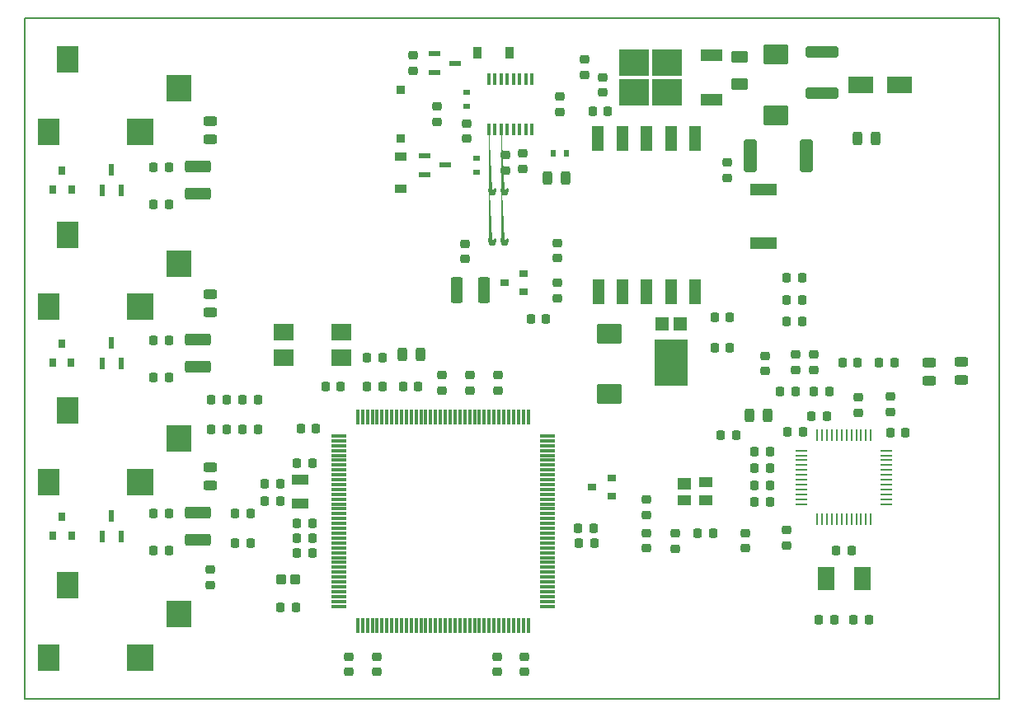
<source format=gbr>
%TF.GenerationSoftware,KiCad,Pcbnew,7.0.10*%
%TF.CreationDate,2025-02-13T15:15:04-06:00*%
%TF.ProjectId,IR2IP,49523249-502e-46b6-9963-61645f706362,rev?*%
%TF.SameCoordinates,PX55fe290PY8062360*%
%TF.FileFunction,Paste,Top*%
%TF.FilePolarity,Positive*%
%FSLAX46Y46*%
G04 Gerber Fmt 4.6, Leading zero omitted, Abs format (unit mm)*
G04 Created by KiCad (PCBNEW 7.0.10) date 2025-02-13 15:15:04*
%MOMM*%
%LPD*%
G01*
G04 APERTURE LIST*
G04 Aperture macros list*
%AMRoundRect*
0 Rectangle with rounded corners*
0 $1 Rounding radius*
0 $2 $3 $4 $5 $6 $7 $8 $9 X,Y pos of 4 corners*
0 Add a 4 corners polygon primitive as box body*
4,1,4,$2,$3,$4,$5,$6,$7,$8,$9,$2,$3,0*
0 Add four circle primitives for the rounded corners*
1,1,$1+$1,$2,$3*
1,1,$1+$1,$4,$5*
1,1,$1+$1,$6,$7*
1,1,$1+$1,$8,$9*
0 Add four rect primitives between the rounded corners*
20,1,$1+$1,$2,$3,$4,$5,0*
20,1,$1+$1,$4,$5,$6,$7,0*
20,1,$1+$1,$6,$7,$8,$9,0*
20,1,$1+$1,$8,$9,$2,$3,0*%
%AMFreePoly0*
4,1,53,0.315063,0.245106,0.330902,0.245106,0.343715,0.235796,0.358779,0.230902,0.368088,0.218088,0.380902,0.208779,0.385796,0.193715,0.395106,0.180902,0.395106,0.165062,0.400000,0.150000,0.400000,-0.150000,0.380902,-0.208779,0.330902,-0.245106,0.300000,-0.245106,0.300000,-0.430000,0.295106,-0.445062,0.295106,-0.460902,0.285796,-0.473715,0.280902,-0.488779,0.268088,-0.498088,
0.258779,-0.510902,0.243715,-0.515796,0.230902,-0.525106,0.215063,-0.525106,0.200000,-0.530000,-0.200000,-0.530000,-0.215063,-0.525106,-0.230902,-0.525106,-0.243715,-0.515796,-0.258779,-0.510902,-0.268088,-0.498088,-0.280902,-0.488779,-0.285796,-0.473715,-0.295106,-0.460902,-0.295106,-0.445062,-0.300000,-0.430000,-0.300000,-0.245106,-0.330902,-0.245106,-0.380902,-0.208779,-0.400000,-0.150000,
-0.400000,0.150000,-0.395106,0.165062,-0.395106,0.180902,-0.385796,0.193715,-0.380902,0.208779,-0.368088,0.218088,-0.358779,0.230902,-0.343715,0.235796,-0.330902,0.245106,-0.315063,0.245106,-0.300000,0.250000,0.300000,0.250000,0.315063,0.245106,0.315063,0.245106,$1*%
G04 Aperture macros list end*
%ADD10R,2.500000X1.700000*%
%ADD11RoundRect,0.218750X-0.256250X0.218750X-0.256250X-0.218750X0.256250X-0.218750X0.256250X0.218750X0*%
%ADD12RoundRect,0.218750X-0.218750X-0.256250X0.218750X-0.256250X0.218750X0.256250X-0.218750X0.256250X0*%
%ADD13RoundRect,0.218750X0.218750X0.256250X-0.218750X0.256250X-0.218750X-0.256250X0.218750X-0.256250X0*%
%ADD14RoundRect,0.243750X0.243750X0.456250X-0.243750X0.456250X-0.243750X-0.456250X0.243750X-0.456250X0*%
%ADD15RoundRect,0.218750X0.256250X-0.218750X0.256250X0.218750X-0.256250X0.218750X-0.256250X-0.218750X0*%
%ADD16RoundRect,0.243750X-0.456250X0.243750X-0.456250X-0.243750X0.456250X-0.243750X0.456250X0.243750X0*%
%ADD17R,1.700000X2.400000*%
%ADD18R,0.250000X1.300000*%
%ADD19R,1.300000X0.250000*%
%ADD20R,0.900000X1.200000*%
%ADD21RoundRect,0.243750X-0.243750X-0.456250X0.243750X-0.456250X0.243750X0.456250X-0.243750X0.456250X0*%
%ADD22RoundRect,0.250000X1.450000X-0.312500X1.450000X0.312500X-1.450000X0.312500X-1.450000X-0.312500X0*%
%ADD23RoundRect,0.250000X-0.375000X-1.075000X0.375000X-1.075000X0.375000X1.075000X-0.375000X1.075000X0*%
%ADD24R,1.200000X0.900000*%
%ADD25R,0.700000X0.600000*%
%ADD26R,0.600000X0.700000*%
%ADD27R,1.300000X0.600000*%
%ADD28R,0.400000X1.200000*%
%ADD29R,0.950000X0.900000*%
%ADD30RoundRect,0.250000X-0.625000X0.375000X-0.625000X-0.375000X0.625000X-0.375000X0.625000X0.375000X0*%
%ADD31RoundRect,0.250000X-1.075000X0.375000X-1.075000X-0.375000X1.075000X-0.375000X1.075000X0.375000X0*%
%ADD32R,2.200000X2.800000*%
%ADD33R,2.800000X2.800000*%
%ADD34R,2.600000X2.800000*%
%ADD35R,0.900000X0.800000*%
%ADD36R,0.800000X0.900000*%
%ADD37RoundRect,0.243750X0.456250X-0.243750X0.456250X0.243750X-0.456250X0.243750X-0.456250X-0.243750X0*%
%ADD38R,0.300000X1.550000*%
%ADD39R,1.550000X0.300000*%
%ADD40R,2.100000X1.700000*%
%ADD41R,1.800000X1.000000*%
%ADD42R,2.823300X1.248300*%
%ADD43FreePoly0,180.000000*%
%ADD44FreePoly0,0.000000*%
%ADD45RoundRect,0.250000X0.425000X1.425000X-0.425000X1.425000X-0.425000X-1.425000X0.425000X-1.425000X0*%
%ADD46R,1.220000X2.540000*%
%ADD47R,3.360000X4.860000*%
%ADD48R,1.390000X1.400000*%
%ADD49R,1.400000X1.200000*%
%ADD50R,1.400000X1.000000*%
%ADD51RoundRect,0.250000X1.025000X-0.787500X1.025000X0.787500X-1.025000X0.787500X-1.025000X-0.787500X0*%
%ADD52RoundRect,0.250000X0.287500X0.275000X-0.287500X0.275000X-0.287500X-0.275000X0.287500X-0.275000X0*%
%ADD53R,3.050000X2.750000*%
%ADD54R,2.200000X1.200000*%
%ADD55R,0.600000X1.300000*%
%TA.AperFunction,Profile*%
%ADD56C,0.150000*%
%TD*%
G04 APERTURE END LIST*
D10*
%TO.C,D1*%
X89830000Y63100000D03*
X85830000Y63100000D03*
%TD*%
D11*
%TO.C,R7*%
X49330000Y55907500D03*
X49330000Y54332500D03*
%TD*%
D12*
%TO.C,C13*%
X85064500Y8128000D03*
X86639500Y8128000D03*
%TD*%
D11*
%TO.C,C15*%
X78200000Y17375500D03*
X78200000Y15800500D03*
%TD*%
D13*
%TO.C,C16*%
X72987500Y27100000D03*
X71412500Y27100000D03*
%TD*%
%TO.C,C18*%
X76487500Y20300000D03*
X74912500Y20300000D03*
%TD*%
%TO.C,C20*%
X76487500Y23700000D03*
X74912500Y23700000D03*
%TD*%
%TO.C,C21*%
X76487500Y25400000D03*
X74912500Y25400000D03*
%TD*%
D14*
%TO.C,FB1*%
X76237500Y29200000D03*
X74362500Y29200000D03*
%TD*%
D13*
%TO.C,R15*%
X84887500Y15300000D03*
X83312500Y15300000D03*
%TD*%
D12*
%TO.C,C17*%
X88824500Y27400000D03*
X90399500Y27400000D03*
%TD*%
D13*
%TO.C,C12*%
X83083500Y8128000D03*
X81508500Y8128000D03*
%TD*%
D15*
%TO.C,C26*%
X85598000Y29438500D03*
X85598000Y31013500D03*
%TD*%
D11*
%TO.C,C27*%
X88900000Y31087500D03*
X88900000Y29512500D03*
%TD*%
D12*
%TO.C,C28*%
X78212500Y43300000D03*
X79787500Y43300000D03*
%TD*%
D16*
%TO.C,R21*%
X96100000Y34637500D03*
X96100000Y32762500D03*
%TD*%
%TO.C,R22*%
X92800000Y34599500D03*
X92800000Y32724500D03*
%TD*%
D17*
%TO.C,Y1*%
X82250000Y12400000D03*
X85950000Y12400000D03*
%TD*%
D13*
%TO.C,C25*%
X82321500Y29100000D03*
X80746500Y29100000D03*
%TD*%
%TO.C,R23*%
X79787500Y41000000D03*
X78212500Y41000000D03*
%TD*%
D15*
%TO.C,C19*%
X76000000Y33712500D03*
X76000000Y35287500D03*
%TD*%
D18*
%TO.C,U4*%
X86850000Y27150000D03*
X86350000Y27150000D03*
X85850000Y27150000D03*
X85350000Y27150000D03*
X84850000Y27150000D03*
X84350000Y27150000D03*
X83850000Y27150000D03*
X83350000Y27150000D03*
X82850000Y27150000D03*
X82350000Y27150000D03*
X81850000Y27150000D03*
X81350000Y27150000D03*
D19*
X79750000Y25550000D03*
X79750000Y25050000D03*
X79750000Y24550000D03*
X79750000Y24050000D03*
X79750000Y23550000D03*
X79750000Y23050000D03*
X79750000Y22550000D03*
X79750000Y22050000D03*
X79750000Y21550000D03*
X79750000Y21050000D03*
X79750000Y20550000D03*
X79750000Y20050000D03*
D18*
X81350000Y18450000D03*
X81850000Y18450000D03*
X82350000Y18450000D03*
X82850000Y18450000D03*
X83350000Y18450000D03*
X83850000Y18450000D03*
X84350000Y18450000D03*
X84850000Y18450000D03*
X85350000Y18450000D03*
X85850000Y18450000D03*
X86350000Y18450000D03*
X86850000Y18450000D03*
D19*
X88450000Y20050000D03*
X88450000Y20550000D03*
X88450000Y21050000D03*
X88450000Y21550000D03*
X88450000Y22050000D03*
X88450000Y22550000D03*
X88450000Y23050000D03*
X88450000Y23550000D03*
X88450000Y24050000D03*
X88450000Y24550000D03*
X88450000Y25050000D03*
X88450000Y25550000D03*
%TD*%
D13*
%TO.C,R18*%
X89287500Y34600000D03*
X87712500Y34600000D03*
%TD*%
%TO.C,R19*%
X79087500Y31600000D03*
X77512500Y31600000D03*
%TD*%
D11*
%TO.C,C24*%
X81000000Y35387500D03*
X81000000Y33812500D03*
%TD*%
D12*
%TO.C,R20*%
X83912500Y34600000D03*
X85487500Y34600000D03*
%TD*%
%TO.C,R17*%
X81012500Y31600000D03*
X82587500Y31600000D03*
%TD*%
D11*
%TO.C,C23*%
X79100000Y35387500D03*
X79100000Y33812500D03*
%TD*%
D13*
%TO.C,C14*%
X76487500Y22000000D03*
X74912500Y22000000D03*
%TD*%
%TO.C,R16*%
X79887500Y27500000D03*
X78312500Y27500000D03*
%TD*%
D12*
%TO.C,C22*%
X78212500Y38800000D03*
X79787500Y38800000D03*
%TD*%
D20*
%TO.C,D2*%
X49750000Y66400000D03*
X46450000Y66400000D03*
%TD*%
D21*
%TO.C,C1*%
X85462500Y57600000D03*
X87337500Y57600000D03*
%TD*%
D22*
%TO.C,C2*%
X81830000Y62232500D03*
X81830000Y66507500D03*
%TD*%
D11*
%TO.C,C4*%
X51110000Y56050000D03*
X51110000Y54475000D03*
%TD*%
D21*
%TO.C,C5*%
X53650500Y53510000D03*
X55525500Y53510000D03*
%TD*%
D11*
%TO.C,C6*%
X72080000Y55157500D03*
X72080000Y53582500D03*
%TD*%
%TO.C,C8*%
X54650000Y46885000D03*
X54650000Y45310000D03*
%TD*%
D13*
%TO.C,C9*%
X72367500Y36120000D03*
X70792500Y36120000D03*
%TD*%
D23*
%TO.C,C10*%
X44300000Y42000000D03*
X47100000Y42000000D03*
%TD*%
D24*
%TO.C,D3*%
X38580000Y55770000D03*
X38580000Y52470000D03*
%TD*%
D25*
%TO.C,D4*%
X45330000Y60920000D03*
X45330000Y62320000D03*
%TD*%
%TO.C,D5*%
X46330000Y54170000D03*
X46330000Y55570000D03*
%TD*%
D26*
%TO.C,D6*%
X54220000Y56050000D03*
X55620000Y56050000D03*
%TD*%
D27*
%TO.C,Q1*%
X42040000Y66300000D03*
X42040000Y64400000D03*
X44140000Y65350000D03*
%TD*%
D11*
%TO.C,R1*%
X45330000Y59157500D03*
X45330000Y57582500D03*
%TD*%
D15*
%TO.C,R2*%
X39830000Y64582500D03*
X39830000Y66157500D03*
%TD*%
%TO.C,R3*%
X54920000Y60342500D03*
X54920000Y61917500D03*
%TD*%
D11*
%TO.C,R4*%
X42330000Y60907500D03*
X42330000Y59332500D03*
%TD*%
D15*
%TO.C,R5*%
X59330000Y62332500D03*
X59330000Y63907500D03*
%TD*%
D11*
%TO.C,R6*%
X57460000Y65727500D03*
X57460000Y64152500D03*
%TD*%
D15*
%TO.C,R13*%
X54650000Y41195000D03*
X54650000Y42770000D03*
%TD*%
D12*
%TO.C,R14*%
X51912500Y39100000D03*
X53487500Y39100000D03*
%TD*%
D28*
%TO.C,U1*%
X47617500Y58530000D03*
X48252500Y58530000D03*
X48887500Y58530000D03*
X49522500Y58530000D03*
X50157500Y58530000D03*
X50792500Y58530000D03*
X51427500Y58530000D03*
X52062500Y58530000D03*
X52062500Y63730000D03*
X51427500Y63730000D03*
X50792500Y63730000D03*
X50157500Y63730000D03*
X49522500Y63730000D03*
X48887500Y63730000D03*
X48252500Y63730000D03*
X47617500Y63730000D03*
%TD*%
D29*
%TO.C,Z1*%
X38580000Y57645000D03*
X38580000Y62595000D03*
%TD*%
D27*
%TO.C,Q2*%
X41030000Y55820000D03*
X41030000Y53920000D03*
X43130000Y54870000D03*
%TD*%
D30*
%TO.C,R9*%
X73330000Y66020000D03*
X73330000Y63220000D03*
%TD*%
D12*
%TO.C,C29*%
X69062500Y17018000D03*
X70637500Y17018000D03*
%TD*%
D15*
%TO.C,C32*%
X48600000Y31712500D03*
X48600000Y33287500D03*
%TD*%
D13*
%TO.C,C34*%
X29467500Y24220000D03*
X27892500Y24220000D03*
%TD*%
D12*
%TO.C,C37*%
X38812500Y32100000D03*
X40387500Y32100000D03*
%TD*%
%TO.C,C39*%
X56870500Y16002000D03*
X58445500Y16002000D03*
%TD*%
D13*
%TO.C,C40*%
X36687500Y35100000D03*
X35112500Y35100000D03*
%TD*%
D11*
%TO.C,C43*%
X48500000Y4387500D03*
X48500000Y2812500D03*
%TD*%
%TO.C,C44*%
X42800000Y33287500D03*
X42800000Y31712500D03*
%TD*%
D13*
%TO.C,C46*%
X29489500Y16510000D03*
X27914500Y16510000D03*
%TD*%
D11*
%TO.C,C47*%
X51300000Y4387500D03*
X51300000Y2812500D03*
%TD*%
D12*
%TO.C,C48*%
X56812500Y17600000D03*
X58387500Y17600000D03*
%TD*%
D13*
%TO.C,C49*%
X23167500Y16020000D03*
X21592500Y16020000D03*
%TD*%
D12*
%TO.C,C50*%
X35112500Y32100000D03*
X36687500Y32100000D03*
%TD*%
D13*
%TO.C,C52*%
X26187500Y20320000D03*
X24612500Y20320000D03*
%TD*%
%TO.C,C53*%
X26187500Y22098000D03*
X24612500Y22098000D03*
%TD*%
D31*
%TO.C,C54*%
X17780000Y54740000D03*
X17780000Y51940000D03*
%TD*%
%TO.C,C55*%
X17780000Y36960000D03*
X17780000Y34160000D03*
%TD*%
%TO.C,C56*%
X17780000Y19180000D03*
X17780000Y16380000D03*
%TD*%
D14*
%TO.C,FB2*%
X40637500Y35400000D03*
X38762500Y35400000D03*
%TD*%
D32*
%TO.C,J3*%
X2400000Y58300000D03*
D33*
X11800000Y58300000D03*
D32*
X4400000Y65700000D03*
D34*
X15800000Y62750000D03*
%TD*%
D32*
%TO.C,J4*%
X2400000Y40300000D03*
D33*
X11800000Y40300000D03*
D32*
X4400000Y47700000D03*
D34*
X15800000Y44750000D03*
%TD*%
D32*
%TO.C,J5*%
X2400000Y22300000D03*
D33*
X11800000Y22300000D03*
D32*
X4400000Y29700000D03*
D34*
X15800000Y26750000D03*
%TD*%
D32*
%TO.C,J6*%
X2400000Y4300000D03*
D33*
X11800000Y4300000D03*
D32*
X4400000Y11700000D03*
D34*
X15800000Y8750000D03*
%TD*%
D35*
%TO.C,Q4*%
X60220000Y20824000D03*
X60220000Y22724000D03*
X58220000Y21774000D03*
%TD*%
D36*
%TO.C,Q8*%
X2850000Y52340000D03*
X4750000Y52340000D03*
X3800000Y54340000D03*
%TD*%
%TO.C,Q9*%
X2800000Y34560000D03*
X4700000Y34560000D03*
X3750000Y36560000D03*
%TD*%
%TO.C,Q10*%
X2860000Y16780000D03*
X4760000Y16780000D03*
X3810000Y18780000D03*
%TD*%
D12*
%TO.C,R24*%
X21564500Y19050000D03*
X23139500Y19050000D03*
%TD*%
D13*
%TO.C,R26*%
X23887500Y30800000D03*
X22312500Y30800000D03*
%TD*%
%TO.C,R27*%
X23887500Y27700000D03*
X22312500Y27700000D03*
%TD*%
D15*
%TO.C,R28*%
X66802000Y15468500D03*
X66802000Y17043500D03*
%TD*%
D11*
%TO.C,R29*%
X74000000Y17087500D03*
X74000000Y15512500D03*
%TD*%
%TO.C,R30*%
X63800000Y17075500D03*
X63800000Y15500500D03*
%TD*%
D15*
%TO.C,R31*%
X63800000Y18912500D03*
X63800000Y20487500D03*
%TD*%
D13*
%TO.C,R32*%
X14757500Y50800000D03*
X13182500Y50800000D03*
%TD*%
%TO.C,R33*%
X14757500Y33020000D03*
X13182500Y33020000D03*
%TD*%
%TO.C,R34*%
X14757500Y15240000D03*
X13182500Y15240000D03*
%TD*%
%TO.C,R35*%
X14757500Y54610000D03*
X13182500Y54610000D03*
%TD*%
%TO.C,R36*%
X14757500Y36830000D03*
X13182500Y36830000D03*
%TD*%
%TO.C,R37*%
X14757500Y19050000D03*
X13182500Y19050000D03*
%TD*%
D37*
%TO.C,R38*%
X19050000Y57482500D03*
X19050000Y59357500D03*
%TD*%
%TO.C,R40*%
X19050000Y21922500D03*
X19050000Y23797500D03*
%TD*%
D11*
%TO.C,R41*%
X19050000Y13287500D03*
X19050000Y11712500D03*
%TD*%
D38*
%TO.C,U5*%
X51650000Y29000000D03*
X51150000Y29000000D03*
X50650000Y29000000D03*
X50150000Y29000000D03*
X49650000Y29000000D03*
X49150000Y29000000D03*
X48650000Y29000000D03*
X48150000Y29000000D03*
X47650000Y29000000D03*
X47150000Y29000000D03*
X46650000Y29000000D03*
X46150000Y29000000D03*
X45650000Y29000000D03*
X45150000Y29000000D03*
X44650000Y29000000D03*
X44150000Y29000000D03*
X43650000Y29000000D03*
X43150000Y29000000D03*
X42650000Y29000000D03*
X42150000Y29000000D03*
X41650000Y29000000D03*
X41150000Y29000000D03*
X40650000Y29000000D03*
X40150000Y29000000D03*
X39650000Y29000000D03*
X39150000Y29000000D03*
X38650000Y29000000D03*
X38150000Y29000000D03*
X37650000Y29000000D03*
X37150000Y29000000D03*
X36650000Y29000000D03*
X36150000Y29000000D03*
X35650000Y29000000D03*
X35150000Y29000000D03*
X34650000Y29000000D03*
X34150000Y29000000D03*
D39*
X32200000Y27050000D03*
X32200000Y26550000D03*
X32200000Y26050000D03*
X32200000Y25550000D03*
X32200000Y25050000D03*
X32200000Y24550000D03*
X32200000Y24050000D03*
X32200000Y23550000D03*
X32200000Y23050000D03*
X32200000Y22550000D03*
X32200000Y22050000D03*
X32200000Y21550000D03*
X32200000Y21050000D03*
X32200000Y20550000D03*
X32200000Y20050000D03*
X32200000Y19550000D03*
X32200000Y19050000D03*
X32200000Y18550000D03*
X32200000Y18050000D03*
X32200000Y17550000D03*
X32200000Y17050000D03*
X32200000Y16550000D03*
X32200000Y16050000D03*
X32200000Y15550000D03*
X32200000Y15050000D03*
X32200000Y14550000D03*
X32200000Y14050000D03*
X32200000Y13550000D03*
X32200000Y13050000D03*
X32200000Y12550000D03*
X32200000Y12050000D03*
X32200000Y11550000D03*
X32200000Y11050000D03*
X32200000Y10550000D03*
X32200000Y10050000D03*
X32200000Y9550000D03*
D38*
X34150000Y7600000D03*
X34650000Y7600000D03*
X35150000Y7600000D03*
X35650000Y7600000D03*
X36150000Y7600000D03*
X36650000Y7600000D03*
X37150000Y7600000D03*
X37650000Y7600000D03*
X38150000Y7600000D03*
X38650000Y7600000D03*
X39150000Y7600000D03*
X39650000Y7600000D03*
X40150000Y7600000D03*
X40650000Y7600000D03*
X41150000Y7600000D03*
X41650000Y7600000D03*
X42150000Y7600000D03*
X42650000Y7600000D03*
X43150000Y7600000D03*
X43650000Y7600000D03*
X44150000Y7600000D03*
X44650000Y7600000D03*
X45150000Y7600000D03*
X45650000Y7600000D03*
X46150000Y7600000D03*
X46650000Y7600000D03*
X47150000Y7600000D03*
X47650000Y7600000D03*
X48150000Y7600000D03*
X48650000Y7600000D03*
X49150000Y7600000D03*
X49650000Y7600000D03*
X50150000Y7600000D03*
X50650000Y7600000D03*
X51150000Y7600000D03*
X51650000Y7600000D03*
D39*
X53600000Y9550000D03*
X53600000Y10050000D03*
X53600000Y10550000D03*
X53600000Y11050000D03*
X53600000Y11550000D03*
X53600000Y12050000D03*
X53600000Y12550000D03*
X53600000Y13050000D03*
X53600000Y13550000D03*
X53600000Y14050000D03*
X53600000Y14550000D03*
X53600000Y15050000D03*
X53600000Y15550000D03*
X53600000Y16050000D03*
X53600000Y16550000D03*
X53600000Y17050000D03*
X53600000Y17550000D03*
X53600000Y18050000D03*
X53600000Y18550000D03*
X53600000Y19050000D03*
X53600000Y19550000D03*
X53600000Y20050000D03*
X53600000Y20550000D03*
X53600000Y21050000D03*
X53600000Y21550000D03*
X53600000Y22050000D03*
X53600000Y22550000D03*
X53600000Y23050000D03*
X53600000Y23550000D03*
X53600000Y24050000D03*
X53600000Y24550000D03*
X53600000Y25050000D03*
X53600000Y25550000D03*
X53600000Y26050000D03*
X53600000Y26550000D03*
X53600000Y27050000D03*
%TD*%
D40*
%TO.C,Y2*%
X32450000Y37750000D03*
X26550000Y37750000D03*
X26550000Y35050000D03*
X32450000Y35050000D03*
%TD*%
D41*
%TO.C,Y3*%
X28230000Y20070000D03*
X28230000Y22570000D03*
%TD*%
D13*
%TO.C,C51*%
X32399500Y32100000D03*
X30824500Y32100000D03*
%TD*%
D15*
%TO.C,C31*%
X45700000Y31712500D03*
X45700000Y33287500D03*
%TD*%
D13*
%TO.C,C33*%
X29887500Y27800000D03*
X28312500Y27800000D03*
%TD*%
%TO.C,C35*%
X29489500Y18034000D03*
X27914500Y18034000D03*
%TD*%
%TO.C,C38*%
X27787500Y9400000D03*
X26212500Y9400000D03*
%TD*%
%TO.C,C36*%
X29489500Y14986000D03*
X27914500Y14986000D03*
%TD*%
D12*
%TO.C,R25*%
X19100500Y27700000D03*
X20675500Y27700000D03*
%TD*%
%TO.C,C41*%
X19112500Y30800000D03*
X20687500Y30800000D03*
%TD*%
D11*
%TO.C,C42*%
X33200000Y4387500D03*
X33200000Y2812500D03*
%TD*%
%TO.C,C45*%
X36100000Y4387500D03*
X36100000Y2812500D03*
%TD*%
D35*
%TO.C,U3*%
X51200000Y41850000D03*
X51200000Y43750000D03*
X49200000Y42800000D03*
%TD*%
D37*
%TO.C,R39*%
X19050000Y39702500D03*
X19050000Y41577500D03*
%TD*%
D42*
%TO.C,C7*%
X75830000Y46852000D03*
X75830000Y52388000D03*
%TD*%
D43*
%TO.C,U2*%
X47935000Y47100000D03*
X49205000Y47100000D03*
D44*
X49205000Y52300000D03*
X47935000Y52300000D03*
%TD*%
D45*
%TO.C,R8*%
X80230000Y55870000D03*
X74430000Y55870000D03*
%TD*%
D12*
%TO.C,R10*%
X58274500Y60370000D03*
X59849500Y60370000D03*
%TD*%
D46*
%TO.C,T1*%
X58810000Y57580000D03*
X61310000Y57580000D03*
X63810000Y57580000D03*
X66310000Y57580000D03*
X68810000Y57580000D03*
X68810000Y41820000D03*
X66310000Y41820000D03*
X63810000Y41820000D03*
X61310000Y41820000D03*
X58860000Y41820000D03*
%TD*%
D47*
%TO.C,D7*%
X66350000Y34610000D03*
D48*
X67270000Y38592000D03*
X65430000Y38592000D03*
%TD*%
D49*
%TO.C,U6*%
X67730000Y22140000D03*
D50*
X67730000Y20420000D03*
X69930000Y20420000D03*
X69930000Y22320000D03*
%TD*%
D11*
%TO.C,R11*%
X45200000Y46787500D03*
X45200000Y45212500D03*
%TD*%
D51*
%TO.C,C3*%
X77080000Y60007500D03*
X77080000Y66232500D03*
%TD*%
%TO.C,C11*%
X60000000Y31347500D03*
X60000000Y37572500D03*
%TD*%
D52*
%TO.C,C30*%
X27712500Y12300000D03*
X26287500Y12300000D03*
%TD*%
D53*
%TO.C,Q3*%
X65905000Y62345000D03*
X65905000Y65395000D03*
X62555000Y62345000D03*
X62555000Y65395000D03*
D54*
X70530000Y61590000D03*
X70530000Y66150000D03*
%TD*%
D55*
%TO.C,Q5*%
X7940000Y52290000D03*
X9840000Y52290000D03*
X8890000Y54390000D03*
%TD*%
%TO.C,Q6*%
X7940000Y34510000D03*
X9840000Y34510000D03*
X8890000Y36610000D03*
%TD*%
%TO.C,Q7*%
X7940000Y16730000D03*
X9840000Y16730000D03*
X8890000Y18830000D03*
%TD*%
D12*
%TO.C,R12*%
X70792500Y39207500D03*
X72367500Y39207500D03*
%TD*%
D56*
X0Y70000000D02*
X100000000Y70000000D01*
X0Y0D02*
X0Y70000000D01*
X100000000Y0D02*
X0Y0D01*
X100000000Y70000000D02*
X100000000Y0D01*
M02*

</source>
